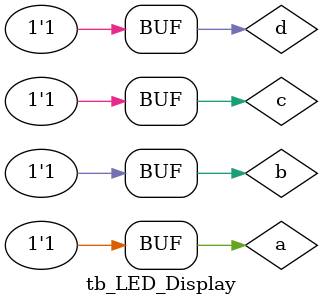
<source format=v>
`timescale 1ns / 1ps

module tb_LED_Display;
    reg a;
    reg b;
    reg c;
    reg d;
    wire z0;
    wire z1;
    wire z2;
    wire z3;
    wire z4;
    wire z5;
    wire z6;
    
    LED_Display uut (
            .a(a),
            .b(b),
            .c(c),
            .d(d),
            .z0(z0),
            .z1(z1),
            .z2(z2),
            .z3(z3),
            .z4(z4),
            .z5(z5),
            .z6(z6)
    );
    
    initial begin
    #50;        // initial wait
    
    // Iterate through all values 0-9
    
    a = 1'b0;
    b = 1'b0;
    c = 1'b0;
    d = 1'b0;
    #50;
    
    a = 1'b0;
    b = 1'b0;
    c = 1'b0;
    d = 1'b1;
    #50;
    
    a = 1'b0;
    b = 1'b0;
    c = 1'b1;
    d = 1'b0;
    #50;
    
    a = 1'b0;
    b = 1'b0;
    c = 1'b1;
    d = 1'b1;
    #50;
    
    a = 1'b0;
    b = 1'b1;
    c = 1'b0;
    d = 1'b0;
    #50;
    
    a = 1'b0;
    b = 1'b1;
    c = 1'b0;
    d = 1'b1;
    #50;
    a = 1'b0;
    b = 1'b1;
    c = 1'b1;
    d = 1'b0;
    #50;
    
    a = 1'b0;
    b = 1'b1;
    c = 1'b1;
    d = 1'b1;
    #50;
    
    a = 1'b1;
    b = 1'b0;
    c = 1'b0;
    d = 1'b0;
    #50;
    
    a = 1'b1;
    b = 1'b0;
    c = 1'b0;
    d = 1'b1;
    #50;
    
    // All other numbers must show nothing on the display, ie. out = 8'b11111111
    a = 1'b1;
    b = 1'b0;
    c = 1'b1;
    d = 1'b0;
    #50;
    
    a = 1'b1;
    b = 1'b0;
    c = 1'b1;
    d = 1'b1;
    #50;
    
    a = 1'b1;
    b = 1'b1;
    c = 1'b0;
    d = 1'b0;
    #50;
    
    a = 1'b1;
    b = 1'b1;
    c = 1'b0;
    d = 1'b1;
    #50;
    
    a = 1'b1;
    b = 1'b1;
    c = 1'b1;
    d = 1'b0;
    #50;
    
    a = 1'b1;
    b = 1'b1;
    c = 1'b1;
    d = 1'b1;
    #50;
    
    end
                                
endmodule
</source>
